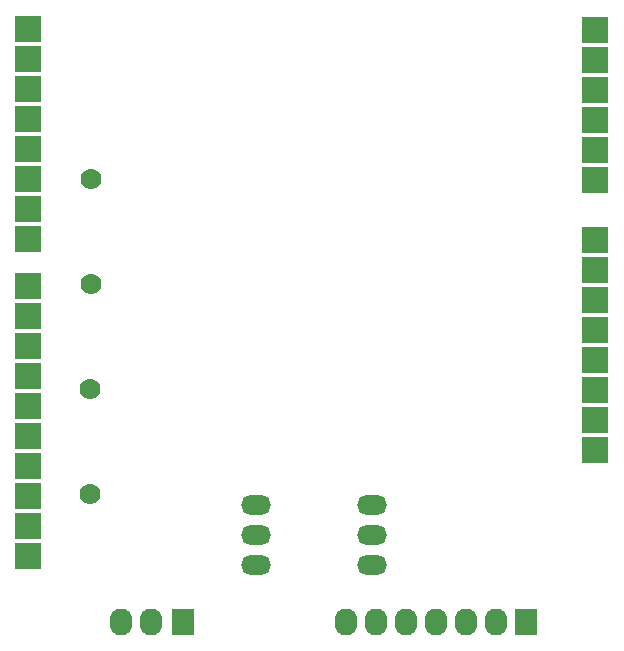
<source format=gbl>
G04 Layer_Physical_Order=2*
G04 Layer_Color=16711680*
%FSTAX24Y24*%
%MOIN*%
G70*
G01*
G75*
%ADD13C,0.0700*%
%ADD14O,0.1000X0.0660*%
%ADD15R,0.0906X0.0906*%
%ADD16O,0.0750X0.0900*%
%ADD17R,0.0750X0.0900*%
D13*
X03795Y03745D02*
D03*
Y03395D02*
D03*
X0379Y03045D02*
D03*
Y02695D02*
D03*
D14*
X0473Y0266D02*
D03*
Y0256D02*
D03*
Y0246D02*
D03*
X04345Y0266D02*
D03*
Y0256D02*
D03*
Y0246D02*
D03*
D15*
X054749Y037417D02*
D03*
Y038417D02*
D03*
Y039417D02*
D03*
Y040417D02*
D03*
Y041417D02*
D03*
Y042417D02*
D03*
Y028441D02*
D03*
Y029441D02*
D03*
Y030441D02*
D03*
Y031441D02*
D03*
Y032441D02*
D03*
Y033441D02*
D03*
Y034441D02*
D03*
Y035441D02*
D03*
X035851Y042472D02*
D03*
Y041472D02*
D03*
Y035472D02*
D03*
Y036472D02*
D03*
Y037472D02*
D03*
Y038472D02*
D03*
Y039472D02*
D03*
Y040472D02*
D03*
Y027898D02*
D03*
Y028898D02*
D03*
Y029898D02*
D03*
Y030898D02*
D03*
Y031898D02*
D03*
Y032898D02*
D03*
Y033898D02*
D03*
Y026898D02*
D03*
Y025898D02*
D03*
Y024898D02*
D03*
D16*
X04745Y022703D02*
D03*
X04945D02*
D03*
X05045D02*
D03*
X05145D02*
D03*
X04845D02*
D03*
X04645D02*
D03*
X03995Y0227D02*
D03*
X03895D02*
D03*
D17*
X05245Y022703D02*
D03*
X041Y0227D02*
D03*
M02*

</source>
